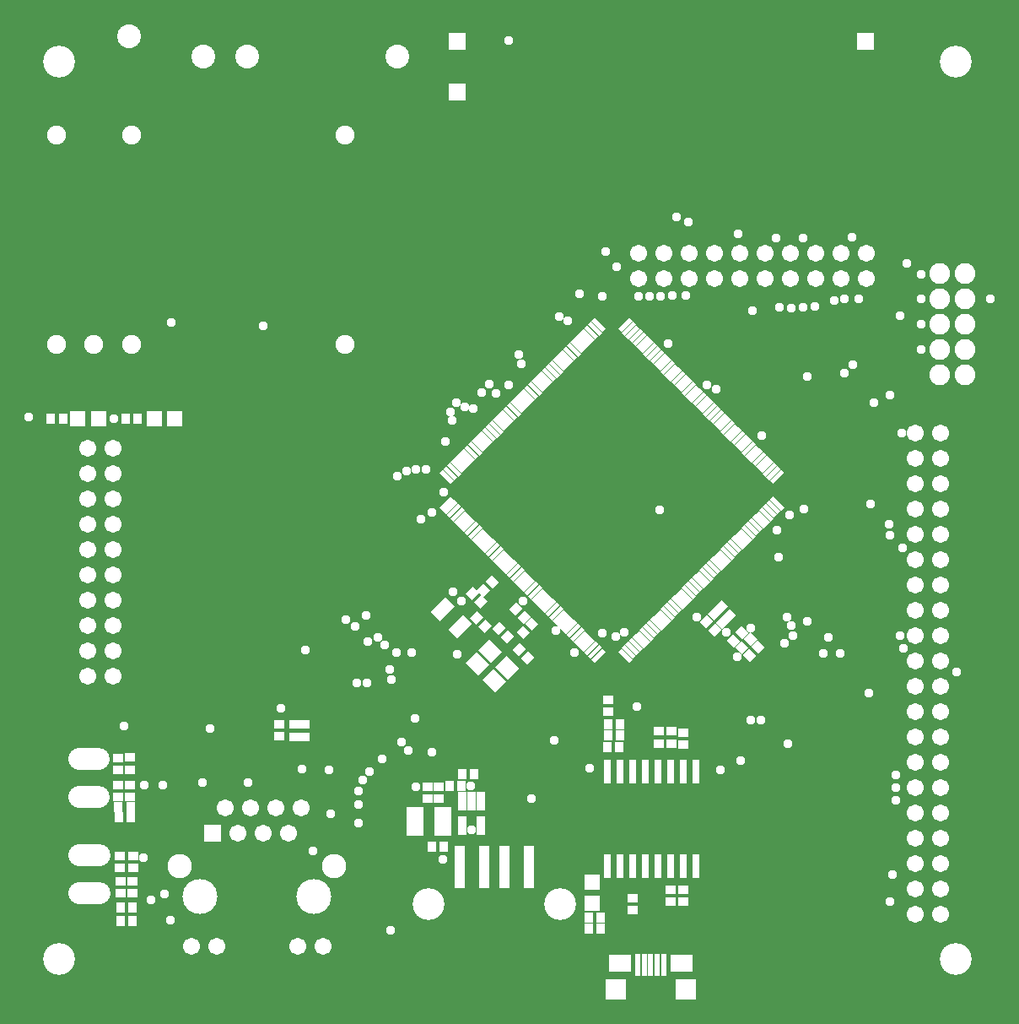
<source format=gts>
G04 EAGLE Gerber RS-274X export*
G75*
%MOMM*%
%FSLAX34Y34*%
%LPD*%
%INSoldermask Top*%
%IPNEG*%
%AMOC8*
5,1,8,0,0,1.08239X$1,22.5*%
G01*
%ADD10C,3.203200*%
%ADD11R,1.003200X0.903200*%
%ADD12R,0.603200X2.203200*%
%ADD13R,2.303200X1.803200*%
%ADD14R,2.103200X2.003200*%
%ADD15R,1.711200X1.711200*%
%ADD16C,1.711200*%
%ADD17C,3.502200*%
%ADD18C,2.453200*%
%ADD19R,0.903200X1.003200*%
%ADD20R,0.812800X1.828800*%
%ADD21R,1.803200X2.903200*%
%ADD22R,1.103200X4.203200*%
%ADD23R,0.457200X1.574800*%
%ADD24R,2.103200X1.303200*%
%ADD25R,1.803200X1.603200*%
%ADD26C,2.082800*%
%ADD27C,1.903200*%
%ADD28C,2.387600*%
%ADD29R,1.503200X1.503200*%
%ADD30C,2.203200*%
%ADD31R,0.762000X2.489200*%
%ADD32C,0.959600*%


D10*
X50000Y950000D03*
X950000Y950000D03*
X950000Y50000D03*
X50000Y50000D03*
D11*
X665000Y278000D03*
X665000Y266000D03*
X677000Y277000D03*
X677000Y265000D03*
D12*
X631000Y43750D03*
X637500Y43750D03*
X644000Y43750D03*
X650500Y43750D03*
X657000Y43750D03*
D13*
X613000Y45750D03*
X675000Y45750D03*
D14*
X608750Y19000D03*
X679250Y19000D03*
D15*
X204500Y175600D03*
D16*
X217200Y201000D03*
X229900Y175600D03*
X242650Y201000D03*
X255350Y175600D03*
X268100Y201000D03*
X280700Y175600D03*
X293450Y201000D03*
D17*
X306150Y112100D03*
X191850Y112100D03*
D16*
X182700Y62200D03*
X208100Y62200D03*
X289900Y62200D03*
X315300Y62200D03*
D18*
X171500Y142600D03*
X326500Y142600D03*
D11*
X296100Y284800D03*
X296100Y272800D03*
X286400Y284800D03*
X286400Y272800D03*
X271100Y285000D03*
X271100Y273000D03*
D19*
X467000Y235000D03*
X455000Y235000D03*
D20*
X473500Y208446D03*
X464000Y208446D03*
X454500Y208446D03*
X454500Y183554D03*
X473500Y183554D03*
D11*
X431000Y222500D03*
X431000Y210500D03*
X420000Y222500D03*
X420000Y210500D03*
D19*
X454000Y223000D03*
X442000Y223000D03*
X436000Y162000D03*
X424000Y162000D03*
D21*
X435000Y188000D03*
X407000Y188000D03*
D10*
X552659Y105000D03*
X421341Y105000D03*
D22*
X477000Y142000D03*
X452000Y142000D03*
X497000Y142000D03*
X522000Y142000D03*
D23*
G36*
X435412Y499207D02*
X432179Y502440D01*
X443314Y513575D01*
X446547Y510342D01*
X435412Y499207D01*
G37*
G36*
X438948Y495671D02*
X435715Y498904D01*
X446850Y510039D01*
X450083Y506806D01*
X438948Y495671D01*
G37*
G36*
X442483Y492136D02*
X439250Y495369D01*
X450385Y506504D01*
X453618Y503271D01*
X442483Y492136D01*
G37*
G36*
X446019Y488600D02*
X442786Y491833D01*
X453921Y502968D01*
X457154Y499735D01*
X446019Y488600D01*
G37*
G36*
X449554Y485065D02*
X446321Y488298D01*
X457456Y499433D01*
X460689Y496200D01*
X449554Y485065D01*
G37*
G36*
X453090Y481529D02*
X449857Y484762D01*
X460992Y495897D01*
X464225Y492664D01*
X453090Y481529D01*
G37*
G36*
X456625Y477994D02*
X453392Y481227D01*
X464527Y492362D01*
X467760Y489129D01*
X456625Y477994D01*
G37*
G36*
X460161Y474458D02*
X456928Y477691D01*
X468063Y488826D01*
X471296Y485593D01*
X460161Y474458D01*
G37*
G36*
X463696Y470923D02*
X460463Y474156D01*
X471598Y485291D01*
X474831Y482058D01*
X463696Y470923D01*
G37*
G36*
X467232Y467387D02*
X463999Y470620D01*
X475134Y481755D01*
X478367Y478522D01*
X467232Y467387D01*
G37*
G36*
X470767Y463852D02*
X467534Y467085D01*
X478669Y478220D01*
X481902Y474987D01*
X470767Y463852D01*
G37*
G36*
X474303Y460316D02*
X471070Y463549D01*
X482205Y474684D01*
X485438Y471451D01*
X474303Y460316D01*
G37*
G36*
X477838Y456781D02*
X474605Y460014D01*
X485740Y471149D01*
X488973Y467916D01*
X477838Y456781D01*
G37*
G36*
X481374Y453245D02*
X478141Y456478D01*
X489276Y467613D01*
X492509Y464380D01*
X481374Y453245D01*
G37*
G36*
X484910Y449710D02*
X481677Y452943D01*
X492812Y464078D01*
X496045Y460845D01*
X484910Y449710D01*
G37*
G36*
X488445Y446174D02*
X485212Y449407D01*
X496347Y460542D01*
X499580Y457309D01*
X488445Y446174D01*
G37*
G36*
X491981Y442638D02*
X488748Y445871D01*
X499883Y457006D01*
X503116Y453773D01*
X491981Y442638D01*
G37*
G36*
X495516Y439103D02*
X492283Y442336D01*
X503418Y453471D01*
X506651Y450238D01*
X495516Y439103D01*
G37*
G36*
X499052Y435567D02*
X495819Y438800D01*
X506954Y449935D01*
X510187Y446702D01*
X499052Y435567D01*
G37*
G36*
X502587Y432032D02*
X499354Y435265D01*
X510489Y446400D01*
X513722Y443167D01*
X502587Y432032D01*
G37*
G36*
X506123Y428496D02*
X502890Y431729D01*
X514025Y442864D01*
X517258Y439631D01*
X506123Y428496D01*
G37*
G36*
X509658Y424961D02*
X506425Y428194D01*
X517560Y439329D01*
X520793Y436096D01*
X509658Y424961D01*
G37*
G36*
X513194Y421425D02*
X509961Y424658D01*
X521096Y435793D01*
X524329Y432560D01*
X513194Y421425D01*
G37*
G36*
X516729Y417890D02*
X513496Y421123D01*
X524631Y432258D01*
X527864Y429025D01*
X516729Y417890D01*
G37*
G36*
X520265Y414354D02*
X517032Y417587D01*
X528167Y428722D01*
X531400Y425489D01*
X520265Y414354D01*
G37*
G36*
X523800Y410819D02*
X520567Y414052D01*
X531702Y425187D01*
X534935Y421954D01*
X523800Y410819D01*
G37*
G36*
X527336Y407283D02*
X524103Y410516D01*
X535238Y421651D01*
X538471Y418418D01*
X527336Y407283D01*
G37*
G36*
X530871Y403748D02*
X527638Y406981D01*
X538773Y418116D01*
X542006Y414883D01*
X530871Y403748D01*
G37*
G36*
X534407Y400212D02*
X531174Y403445D01*
X542309Y414580D01*
X545542Y411347D01*
X534407Y400212D01*
G37*
G36*
X537943Y396677D02*
X534710Y399910D01*
X545845Y411045D01*
X549078Y407812D01*
X537943Y396677D01*
G37*
G36*
X541478Y393141D02*
X538245Y396374D01*
X549380Y407509D01*
X552613Y404276D01*
X541478Y393141D01*
G37*
G36*
X545014Y389605D02*
X541781Y392838D01*
X552916Y403973D01*
X556149Y400740D01*
X545014Y389605D01*
G37*
G36*
X548549Y386070D02*
X545316Y389303D01*
X556451Y400438D01*
X559684Y397205D01*
X548549Y386070D01*
G37*
G36*
X552085Y382534D02*
X548852Y385767D01*
X559987Y396902D01*
X563220Y393669D01*
X552085Y382534D01*
G37*
G36*
X555620Y378999D02*
X552387Y382232D01*
X563522Y393367D01*
X566755Y390134D01*
X555620Y378999D01*
G37*
G36*
X559156Y375463D02*
X555923Y378696D01*
X567058Y389831D01*
X570291Y386598D01*
X559156Y375463D01*
G37*
G36*
X562691Y371928D02*
X559458Y375161D01*
X570593Y386296D01*
X573826Y383063D01*
X562691Y371928D01*
G37*
G36*
X566227Y368392D02*
X562994Y371625D01*
X574129Y382760D01*
X577362Y379527D01*
X566227Y368392D01*
G37*
G36*
X569762Y364857D02*
X566529Y368090D01*
X577664Y379225D01*
X580897Y375992D01*
X569762Y364857D01*
G37*
G36*
X573298Y361321D02*
X570065Y364554D01*
X581200Y375689D01*
X584433Y372456D01*
X573298Y361321D01*
G37*
G36*
X576833Y357786D02*
X573600Y361019D01*
X584735Y372154D01*
X587968Y368921D01*
X576833Y357786D01*
G37*
G36*
X580369Y354250D02*
X577136Y357483D01*
X588271Y368618D01*
X591504Y365385D01*
X580369Y354250D01*
G37*
G36*
X583904Y350715D02*
X580671Y353948D01*
X591806Y365083D01*
X595039Y361850D01*
X583904Y350715D01*
G37*
G36*
X587440Y347179D02*
X584207Y350412D01*
X595342Y361547D01*
X598575Y358314D01*
X587440Y347179D01*
G37*
G36*
X611425Y358314D02*
X614658Y361547D01*
X625793Y350412D01*
X622560Y347179D01*
X611425Y358314D01*
G37*
G36*
X614961Y361850D02*
X618194Y365083D01*
X629329Y353948D01*
X626096Y350715D01*
X614961Y361850D01*
G37*
G36*
X618496Y365385D02*
X621729Y368618D01*
X632864Y357483D01*
X629631Y354250D01*
X618496Y365385D01*
G37*
G36*
X622032Y368921D02*
X625265Y372154D01*
X636400Y361019D01*
X633167Y357786D01*
X622032Y368921D01*
G37*
G36*
X625567Y372456D02*
X628800Y375689D01*
X639935Y364554D01*
X636702Y361321D01*
X625567Y372456D01*
G37*
G36*
X629103Y375992D02*
X632336Y379225D01*
X643471Y368090D01*
X640238Y364857D01*
X629103Y375992D01*
G37*
G36*
X632638Y379527D02*
X635871Y382760D01*
X647006Y371625D01*
X643773Y368392D01*
X632638Y379527D01*
G37*
G36*
X636174Y383063D02*
X639407Y386296D01*
X650542Y375161D01*
X647309Y371928D01*
X636174Y383063D01*
G37*
G36*
X639709Y386598D02*
X642942Y389831D01*
X654077Y378696D01*
X650844Y375463D01*
X639709Y386598D01*
G37*
G36*
X643245Y390134D02*
X646478Y393367D01*
X657613Y382232D01*
X654380Y378999D01*
X643245Y390134D01*
G37*
G36*
X646780Y393669D02*
X650013Y396902D01*
X661148Y385767D01*
X657915Y382534D01*
X646780Y393669D01*
G37*
G36*
X650316Y397205D02*
X653549Y400438D01*
X664684Y389303D01*
X661451Y386070D01*
X650316Y397205D01*
G37*
G36*
X653851Y400740D02*
X657084Y403973D01*
X668219Y392838D01*
X664986Y389605D01*
X653851Y400740D01*
G37*
G36*
X657387Y404276D02*
X660620Y407509D01*
X671755Y396374D01*
X668522Y393141D01*
X657387Y404276D01*
G37*
G36*
X660922Y407812D02*
X664155Y411045D01*
X675290Y399910D01*
X672057Y396677D01*
X660922Y407812D01*
G37*
G36*
X664458Y411347D02*
X667691Y414580D01*
X678826Y403445D01*
X675593Y400212D01*
X664458Y411347D01*
G37*
G36*
X667994Y414883D02*
X671227Y418116D01*
X682362Y406981D01*
X679129Y403748D01*
X667994Y414883D01*
G37*
G36*
X671529Y418418D02*
X674762Y421651D01*
X685897Y410516D01*
X682664Y407283D01*
X671529Y418418D01*
G37*
G36*
X675065Y421954D02*
X678298Y425187D01*
X689433Y414052D01*
X686200Y410819D01*
X675065Y421954D01*
G37*
G36*
X678600Y425489D02*
X681833Y428722D01*
X692968Y417587D01*
X689735Y414354D01*
X678600Y425489D01*
G37*
G36*
X682136Y429025D02*
X685369Y432258D01*
X696504Y421123D01*
X693271Y417890D01*
X682136Y429025D01*
G37*
G36*
X685671Y432560D02*
X688904Y435793D01*
X700039Y424658D01*
X696806Y421425D01*
X685671Y432560D01*
G37*
G36*
X689207Y436096D02*
X692440Y439329D01*
X703575Y428194D01*
X700342Y424961D01*
X689207Y436096D01*
G37*
G36*
X692742Y439631D02*
X695975Y442864D01*
X707110Y431729D01*
X703877Y428496D01*
X692742Y439631D01*
G37*
G36*
X696278Y443167D02*
X699511Y446400D01*
X710646Y435265D01*
X707413Y432032D01*
X696278Y443167D01*
G37*
G36*
X699813Y446702D02*
X703046Y449935D01*
X714181Y438800D01*
X710948Y435567D01*
X699813Y446702D01*
G37*
G36*
X703349Y450238D02*
X706582Y453471D01*
X717717Y442336D01*
X714484Y439103D01*
X703349Y450238D01*
G37*
G36*
X706884Y453773D02*
X710117Y457006D01*
X721252Y445871D01*
X718019Y442638D01*
X706884Y453773D01*
G37*
G36*
X710420Y457309D02*
X713653Y460542D01*
X724788Y449407D01*
X721555Y446174D01*
X710420Y457309D01*
G37*
G36*
X713955Y460845D02*
X717188Y464078D01*
X728323Y452943D01*
X725090Y449710D01*
X713955Y460845D01*
G37*
G36*
X717491Y464380D02*
X720724Y467613D01*
X731859Y456478D01*
X728626Y453245D01*
X717491Y464380D01*
G37*
G36*
X721027Y467916D02*
X724260Y471149D01*
X735395Y460014D01*
X732162Y456781D01*
X721027Y467916D01*
G37*
G36*
X724562Y471451D02*
X727795Y474684D01*
X738930Y463549D01*
X735697Y460316D01*
X724562Y471451D01*
G37*
G36*
X728098Y474987D02*
X731331Y478220D01*
X742466Y467085D01*
X739233Y463852D01*
X728098Y474987D01*
G37*
G36*
X731633Y478522D02*
X734866Y481755D01*
X746001Y470620D01*
X742768Y467387D01*
X731633Y478522D01*
G37*
G36*
X735169Y482058D02*
X738402Y485291D01*
X749537Y474156D01*
X746304Y470923D01*
X735169Y482058D01*
G37*
G36*
X738704Y485593D02*
X741937Y488826D01*
X753072Y477691D01*
X749839Y474458D01*
X738704Y485593D01*
G37*
G36*
X742240Y489129D02*
X745473Y492362D01*
X756608Y481227D01*
X753375Y477994D01*
X742240Y489129D01*
G37*
G36*
X745775Y492664D02*
X749008Y495897D01*
X760143Y484762D01*
X756910Y481529D01*
X745775Y492664D01*
G37*
G36*
X749311Y496200D02*
X752544Y499433D01*
X763679Y488298D01*
X760446Y485065D01*
X749311Y496200D01*
G37*
G36*
X752846Y499735D02*
X756079Y502968D01*
X767214Y491833D01*
X763981Y488600D01*
X752846Y499735D01*
G37*
G36*
X756382Y503271D02*
X759615Y506504D01*
X770750Y495369D01*
X767517Y492136D01*
X756382Y503271D01*
G37*
G36*
X759917Y506806D02*
X763150Y510039D01*
X774285Y498904D01*
X771052Y495671D01*
X759917Y506806D01*
G37*
G36*
X763453Y510342D02*
X766686Y513575D01*
X777821Y502440D01*
X774588Y499207D01*
X763453Y510342D01*
G37*
G36*
X766686Y526425D02*
X763453Y529658D01*
X774588Y540793D01*
X777821Y537560D01*
X766686Y526425D01*
G37*
G36*
X763150Y529961D02*
X759917Y533194D01*
X771052Y544329D01*
X774285Y541096D01*
X763150Y529961D01*
G37*
G36*
X759615Y533496D02*
X756382Y536729D01*
X767517Y547864D01*
X770750Y544631D01*
X759615Y533496D01*
G37*
G36*
X756079Y537032D02*
X752846Y540265D01*
X763981Y551400D01*
X767214Y548167D01*
X756079Y537032D01*
G37*
G36*
X752544Y540567D02*
X749311Y543800D01*
X760446Y554935D01*
X763679Y551702D01*
X752544Y540567D01*
G37*
G36*
X749008Y544103D02*
X745775Y547336D01*
X756910Y558471D01*
X760143Y555238D01*
X749008Y544103D01*
G37*
G36*
X745473Y547638D02*
X742240Y550871D01*
X753375Y562006D01*
X756608Y558773D01*
X745473Y547638D01*
G37*
G36*
X741937Y551174D02*
X738704Y554407D01*
X749839Y565542D01*
X753072Y562309D01*
X741937Y551174D01*
G37*
G36*
X738402Y554709D02*
X735169Y557942D01*
X746304Y569077D01*
X749537Y565844D01*
X738402Y554709D01*
G37*
G36*
X734866Y558245D02*
X731633Y561478D01*
X742768Y572613D01*
X746001Y569380D01*
X734866Y558245D01*
G37*
G36*
X731331Y561780D02*
X728098Y565013D01*
X739233Y576148D01*
X742466Y572915D01*
X731331Y561780D01*
G37*
G36*
X727795Y565316D02*
X724562Y568549D01*
X735697Y579684D01*
X738930Y576451D01*
X727795Y565316D01*
G37*
G36*
X724260Y568851D02*
X721027Y572084D01*
X732162Y583219D01*
X735395Y579986D01*
X724260Y568851D01*
G37*
G36*
X720724Y572387D02*
X717491Y575620D01*
X728626Y586755D01*
X731859Y583522D01*
X720724Y572387D01*
G37*
G36*
X717188Y575922D02*
X713955Y579155D01*
X725090Y590290D01*
X728323Y587057D01*
X717188Y575922D01*
G37*
G36*
X713653Y579458D02*
X710420Y582691D01*
X721555Y593826D01*
X724788Y590593D01*
X713653Y579458D01*
G37*
G36*
X710117Y582994D02*
X706884Y586227D01*
X718019Y597362D01*
X721252Y594129D01*
X710117Y582994D01*
G37*
G36*
X706582Y586529D02*
X703349Y589762D01*
X714484Y600897D01*
X717717Y597664D01*
X706582Y586529D01*
G37*
G36*
X703046Y590065D02*
X699813Y593298D01*
X710948Y604433D01*
X714181Y601200D01*
X703046Y590065D01*
G37*
G36*
X699511Y593600D02*
X696278Y596833D01*
X707413Y607968D01*
X710646Y604735D01*
X699511Y593600D01*
G37*
G36*
X695975Y597136D02*
X692742Y600369D01*
X703877Y611504D01*
X707110Y608271D01*
X695975Y597136D01*
G37*
G36*
X692440Y600671D02*
X689207Y603904D01*
X700342Y615039D01*
X703575Y611806D01*
X692440Y600671D01*
G37*
G36*
X688904Y604207D02*
X685671Y607440D01*
X696806Y618575D01*
X700039Y615342D01*
X688904Y604207D01*
G37*
G36*
X685369Y607742D02*
X682136Y610975D01*
X693271Y622110D01*
X696504Y618877D01*
X685369Y607742D01*
G37*
G36*
X681833Y611278D02*
X678600Y614511D01*
X689735Y625646D01*
X692968Y622413D01*
X681833Y611278D01*
G37*
G36*
X678298Y614813D02*
X675065Y618046D01*
X686200Y629181D01*
X689433Y625948D01*
X678298Y614813D01*
G37*
G36*
X674762Y618349D02*
X671529Y621582D01*
X682664Y632717D01*
X685897Y629484D01*
X674762Y618349D01*
G37*
G36*
X671227Y621884D02*
X667994Y625117D01*
X679129Y636252D01*
X682362Y633019D01*
X671227Y621884D01*
G37*
G36*
X667691Y625420D02*
X664458Y628653D01*
X675593Y639788D01*
X678826Y636555D01*
X667691Y625420D01*
G37*
G36*
X664155Y628955D02*
X660922Y632188D01*
X672057Y643323D01*
X675290Y640090D01*
X664155Y628955D01*
G37*
G36*
X660620Y632491D02*
X657387Y635724D01*
X668522Y646859D01*
X671755Y643626D01*
X660620Y632491D01*
G37*
G36*
X657084Y636027D02*
X653851Y639260D01*
X664986Y650395D01*
X668219Y647162D01*
X657084Y636027D01*
G37*
G36*
X653549Y639562D02*
X650316Y642795D01*
X661451Y653930D01*
X664684Y650697D01*
X653549Y639562D01*
G37*
G36*
X650013Y643098D02*
X646780Y646331D01*
X657915Y657466D01*
X661148Y654233D01*
X650013Y643098D01*
G37*
G36*
X646478Y646633D02*
X643245Y649866D01*
X654380Y661001D01*
X657613Y657768D01*
X646478Y646633D01*
G37*
G36*
X642942Y650169D02*
X639709Y653402D01*
X650844Y664537D01*
X654077Y661304D01*
X642942Y650169D01*
G37*
G36*
X639407Y653704D02*
X636174Y656937D01*
X647309Y668072D01*
X650542Y664839D01*
X639407Y653704D01*
G37*
G36*
X635871Y657240D02*
X632638Y660473D01*
X643773Y671608D01*
X647006Y668375D01*
X635871Y657240D01*
G37*
G36*
X632336Y660775D02*
X629103Y664008D01*
X640238Y675143D01*
X643471Y671910D01*
X632336Y660775D01*
G37*
G36*
X628800Y664311D02*
X625567Y667544D01*
X636702Y678679D01*
X639935Y675446D01*
X628800Y664311D01*
G37*
G36*
X625265Y667846D02*
X622032Y671079D01*
X633167Y682214D01*
X636400Y678981D01*
X625265Y667846D01*
G37*
G36*
X621729Y671382D02*
X618496Y674615D01*
X629631Y685750D01*
X632864Y682517D01*
X621729Y671382D01*
G37*
G36*
X618194Y674917D02*
X614961Y678150D01*
X626096Y689285D01*
X629329Y686052D01*
X618194Y674917D01*
G37*
G36*
X614658Y678453D02*
X611425Y681686D01*
X622560Y692821D01*
X625793Y689588D01*
X614658Y678453D01*
G37*
G36*
X584207Y689588D02*
X587440Y692821D01*
X598575Y681686D01*
X595342Y678453D01*
X584207Y689588D01*
G37*
G36*
X580671Y686052D02*
X583904Y689285D01*
X595039Y678150D01*
X591806Y674917D01*
X580671Y686052D01*
G37*
G36*
X577136Y682517D02*
X580369Y685750D01*
X591504Y674615D01*
X588271Y671382D01*
X577136Y682517D01*
G37*
G36*
X573600Y678981D02*
X576833Y682214D01*
X587968Y671079D01*
X584735Y667846D01*
X573600Y678981D01*
G37*
G36*
X570065Y675446D02*
X573298Y678679D01*
X584433Y667544D01*
X581200Y664311D01*
X570065Y675446D01*
G37*
G36*
X566529Y671910D02*
X569762Y675143D01*
X580897Y664008D01*
X577664Y660775D01*
X566529Y671910D01*
G37*
G36*
X562994Y668375D02*
X566227Y671608D01*
X577362Y660473D01*
X574129Y657240D01*
X562994Y668375D01*
G37*
G36*
X559458Y664839D02*
X562691Y668072D01*
X573826Y656937D01*
X570593Y653704D01*
X559458Y664839D01*
G37*
G36*
X555923Y661304D02*
X559156Y664537D01*
X570291Y653402D01*
X567058Y650169D01*
X555923Y661304D01*
G37*
G36*
X552387Y657768D02*
X555620Y661001D01*
X566755Y649866D01*
X563522Y646633D01*
X552387Y657768D01*
G37*
G36*
X548852Y654233D02*
X552085Y657466D01*
X563220Y646331D01*
X559987Y643098D01*
X548852Y654233D01*
G37*
G36*
X545316Y650697D02*
X548549Y653930D01*
X559684Y642795D01*
X556451Y639562D01*
X545316Y650697D01*
G37*
G36*
X541781Y647162D02*
X545014Y650395D01*
X556149Y639260D01*
X552916Y636027D01*
X541781Y647162D01*
G37*
G36*
X538245Y643626D02*
X541478Y646859D01*
X552613Y635724D01*
X549380Y632491D01*
X538245Y643626D01*
G37*
G36*
X534710Y640090D02*
X537943Y643323D01*
X549078Y632188D01*
X545845Y628955D01*
X534710Y640090D01*
G37*
G36*
X531174Y636555D02*
X534407Y639788D01*
X545542Y628653D01*
X542309Y625420D01*
X531174Y636555D01*
G37*
G36*
X527638Y633019D02*
X530871Y636252D01*
X542006Y625117D01*
X538773Y621884D01*
X527638Y633019D01*
G37*
G36*
X524103Y629484D02*
X527336Y632717D01*
X538471Y621582D01*
X535238Y618349D01*
X524103Y629484D01*
G37*
G36*
X520567Y625948D02*
X523800Y629181D01*
X534935Y618046D01*
X531702Y614813D01*
X520567Y625948D01*
G37*
G36*
X517032Y622413D02*
X520265Y625646D01*
X531400Y614511D01*
X528167Y611278D01*
X517032Y622413D01*
G37*
G36*
X513496Y618877D02*
X516729Y622110D01*
X527864Y610975D01*
X524631Y607742D01*
X513496Y618877D01*
G37*
G36*
X509961Y615342D02*
X513194Y618575D01*
X524329Y607440D01*
X521096Y604207D01*
X509961Y615342D01*
G37*
G36*
X506425Y611806D02*
X509658Y615039D01*
X520793Y603904D01*
X517560Y600671D01*
X506425Y611806D01*
G37*
G36*
X502890Y608271D02*
X506123Y611504D01*
X517258Y600369D01*
X514025Y597136D01*
X502890Y608271D01*
G37*
G36*
X499354Y604735D02*
X502587Y607968D01*
X513722Y596833D01*
X510489Y593600D01*
X499354Y604735D01*
G37*
G36*
X495819Y601200D02*
X499052Y604433D01*
X510187Y593298D01*
X506954Y590065D01*
X495819Y601200D01*
G37*
G36*
X492283Y597664D02*
X495516Y600897D01*
X506651Y589762D01*
X503418Y586529D01*
X492283Y597664D01*
G37*
G36*
X488748Y594129D02*
X491981Y597362D01*
X503116Y586227D01*
X499883Y582994D01*
X488748Y594129D01*
G37*
G36*
X485212Y590593D02*
X488445Y593826D01*
X499580Y582691D01*
X496347Y579458D01*
X485212Y590593D01*
G37*
G36*
X481677Y587057D02*
X484910Y590290D01*
X496045Y579155D01*
X492812Y575922D01*
X481677Y587057D01*
G37*
G36*
X478141Y583522D02*
X481374Y586755D01*
X492509Y575620D01*
X489276Y572387D01*
X478141Y583522D01*
G37*
G36*
X474605Y579986D02*
X477838Y583219D01*
X488973Y572084D01*
X485740Y568851D01*
X474605Y579986D01*
G37*
G36*
X471070Y576451D02*
X474303Y579684D01*
X485438Y568549D01*
X482205Y565316D01*
X471070Y576451D01*
G37*
G36*
X467534Y572915D02*
X470767Y576148D01*
X481902Y565013D01*
X478669Y561780D01*
X467534Y572915D01*
G37*
G36*
X463999Y569380D02*
X467232Y572613D01*
X478367Y561478D01*
X475134Y558245D01*
X463999Y569380D01*
G37*
G36*
X460463Y565844D02*
X463696Y569077D01*
X474831Y557942D01*
X471598Y554709D01*
X460463Y565844D01*
G37*
G36*
X456928Y562309D02*
X460161Y565542D01*
X471296Y554407D01*
X468063Y551174D01*
X456928Y562309D01*
G37*
G36*
X453392Y558773D02*
X456625Y562006D01*
X467760Y550871D01*
X464527Y547638D01*
X453392Y558773D01*
G37*
G36*
X449857Y555238D02*
X453090Y558471D01*
X464225Y547336D01*
X460992Y544103D01*
X449857Y555238D01*
G37*
G36*
X446321Y551702D02*
X449554Y554935D01*
X460689Y543800D01*
X457456Y540567D01*
X446321Y551702D01*
G37*
G36*
X442786Y548167D02*
X446019Y551400D01*
X457154Y540265D01*
X453921Y537032D01*
X442786Y548167D01*
G37*
G36*
X439250Y544631D02*
X442483Y547864D01*
X453618Y536729D01*
X450385Y533496D01*
X439250Y544631D01*
G37*
G36*
X435715Y541096D02*
X438948Y544329D01*
X450083Y533194D01*
X446850Y529961D01*
X435715Y541096D01*
G37*
G36*
X432179Y537560D02*
X435412Y540793D01*
X446547Y529658D01*
X443314Y526425D01*
X432179Y537560D01*
G37*
D11*
G36*
X706534Y388589D02*
X699441Y381496D01*
X693054Y387883D01*
X700147Y394976D01*
X706534Y388589D01*
G37*
G36*
X715019Y380104D02*
X707926Y373011D01*
X701539Y379398D01*
X708632Y386491D01*
X715019Y380104D01*
G37*
G36*
X484871Y421234D02*
X477778Y428327D01*
X484165Y434714D01*
X491258Y427621D01*
X484871Y421234D01*
G37*
G36*
X476386Y412749D02*
X469293Y419842D01*
X475680Y426229D01*
X482773Y419136D01*
X476386Y412749D01*
G37*
G36*
X466336Y407826D02*
X473429Y414919D01*
X479816Y408532D01*
X472723Y401439D01*
X466336Y407826D01*
G37*
G36*
X457851Y416311D02*
X464944Y423404D01*
X471331Y417017D01*
X464238Y409924D01*
X457851Y416311D01*
G37*
G36*
X475745Y392256D02*
X468652Y385163D01*
X462265Y391550D01*
X469358Y398643D01*
X475745Y392256D01*
G37*
G36*
X484231Y383770D02*
X477138Y376677D01*
X470751Y383064D01*
X477844Y390157D01*
X484231Y383770D01*
G37*
D24*
G36*
X447277Y403651D02*
X432406Y388780D01*
X423191Y397995D01*
X438062Y412866D01*
X447277Y403651D01*
G37*
G36*
X464954Y385973D02*
X450083Y371102D01*
X440868Y380317D01*
X455739Y395188D01*
X464954Y385973D01*
G37*
D25*
G36*
X483670Y346707D02*
X470920Y359457D01*
X482256Y370793D01*
X495006Y358043D01*
X483670Y346707D01*
G37*
G36*
X470942Y333979D02*
X458192Y346729D01*
X469528Y358065D01*
X482278Y345315D01*
X470942Y333979D01*
G37*
G36*
X487913Y317009D02*
X475163Y329759D01*
X486499Y341095D01*
X499249Y328345D01*
X487913Y317009D01*
G37*
G36*
X500641Y329737D02*
X487891Y342487D01*
X499227Y353823D01*
X511977Y341073D01*
X500641Y329737D01*
G37*
D11*
G36*
X493244Y372420D02*
X500337Y379513D01*
X506724Y373126D01*
X499631Y366033D01*
X493244Y372420D01*
G37*
G36*
X484759Y380905D02*
X491852Y387998D01*
X498239Y381611D01*
X491146Y374518D01*
X484759Y380905D01*
G37*
G36*
X518664Y360603D02*
X511571Y353510D01*
X505184Y359897D01*
X512277Y366990D01*
X518664Y360603D01*
G37*
G36*
X527149Y352117D02*
X520056Y345024D01*
X513669Y351411D01*
X520762Y358504D01*
X527149Y352117D01*
G37*
G36*
X716252Y394025D02*
X723345Y401118D01*
X729732Y394731D01*
X722639Y387638D01*
X716252Y394025D01*
G37*
G36*
X707767Y402510D02*
X714860Y409603D01*
X721247Y403216D01*
X714154Y396123D01*
X707767Y402510D01*
G37*
G36*
X709338Y387110D02*
X716431Y394203D01*
X722818Y387816D01*
X715725Y380723D01*
X709338Y387110D01*
G37*
G36*
X700852Y395596D02*
X707945Y402689D01*
X714332Y396302D01*
X707239Y389209D01*
X700852Y395596D01*
G37*
G36*
X744336Y363845D02*
X737243Y370938D01*
X743630Y377325D01*
X750723Y370232D01*
X744336Y363845D01*
G37*
G36*
X735850Y355360D02*
X728757Y362453D01*
X735144Y368840D01*
X742237Y361747D01*
X735850Y355360D01*
G37*
G36*
X735771Y370490D02*
X728678Y377583D01*
X735065Y383970D01*
X742158Y376877D01*
X735771Y370490D01*
G37*
G36*
X727285Y362005D02*
X720192Y369098D01*
X726579Y375485D01*
X733672Y368392D01*
X727285Y362005D01*
G37*
G36*
X515565Y401206D02*
X508472Y394113D01*
X502085Y400500D01*
X509178Y407593D01*
X515565Y401206D01*
G37*
G36*
X524050Y392721D02*
X516957Y385628D01*
X510570Y392015D01*
X517663Y399108D01*
X524050Y392721D01*
G37*
G36*
X743050Y360888D02*
X750143Y353795D01*
X743756Y347408D01*
X736663Y354501D01*
X743050Y360888D01*
G37*
G36*
X751535Y369373D02*
X758628Y362280D01*
X752241Y355893D01*
X745148Y362986D01*
X751535Y369373D01*
G37*
D26*
X934000Y737000D03*
X959400Y737000D03*
X934000Y711600D03*
X959400Y711600D03*
X934000Y686200D03*
X959400Y686200D03*
X934000Y660800D03*
X959400Y660800D03*
X934000Y635400D03*
X959400Y635400D03*
D11*
G36*
X515590Y384057D02*
X522683Y376964D01*
X516296Y370577D01*
X509203Y377670D01*
X515590Y384057D01*
G37*
G36*
X524075Y392543D02*
X531168Y385450D01*
X524781Y379063D01*
X517688Y386156D01*
X524075Y392543D01*
G37*
D15*
X449400Y969860D03*
X449400Y919060D03*
X859400Y969860D03*
D16*
X631400Y732160D03*
X656800Y732160D03*
X682200Y732160D03*
X707600Y732160D03*
X733000Y732160D03*
X758400Y732160D03*
X783800Y732160D03*
X809200Y732160D03*
X834600Y732160D03*
X860000Y732160D03*
X860000Y757560D03*
X834600Y757560D03*
X809200Y757560D03*
X783800Y757560D03*
X758400Y757560D03*
X733000Y757560D03*
X707600Y757560D03*
X682200Y757560D03*
X656800Y757560D03*
X631400Y757560D03*
D27*
X47500Y876000D03*
X122500Y876000D03*
X47500Y666000D03*
X85000Y666000D03*
X122500Y666000D03*
X337500Y666000D03*
X337500Y876000D03*
D28*
X239000Y955000D03*
X390000Y955000D03*
X195000Y955000D03*
X120000Y975000D03*
D19*
X117000Y592000D03*
X129000Y592000D03*
D29*
X166500Y592000D03*
X145500Y592000D03*
D19*
X42000Y592000D03*
X54000Y592000D03*
D29*
X89500Y592000D03*
X68500Y592000D03*
D16*
X934700Y94700D03*
X909300Y94700D03*
X934700Y120100D03*
X909300Y120100D03*
X934700Y145500D03*
X909300Y145500D03*
X934700Y170900D03*
X909300Y170900D03*
X934700Y196300D03*
X909300Y196300D03*
X934700Y221700D03*
X909300Y221700D03*
X934700Y247100D03*
X909300Y247100D03*
X934700Y272500D03*
X909300Y272500D03*
X934700Y297900D03*
X909300Y297900D03*
X934700Y323300D03*
X909300Y323300D03*
X934700Y348700D03*
X909300Y348700D03*
X934700Y374100D03*
X909300Y374100D03*
X934700Y399500D03*
X909300Y399500D03*
X934700Y424900D03*
X909300Y424900D03*
X934700Y450300D03*
X909300Y450300D03*
X934700Y475700D03*
X909300Y475700D03*
X934700Y501100D03*
X909300Y501100D03*
X934700Y526500D03*
X909300Y526500D03*
X934700Y551900D03*
X909300Y551900D03*
X934700Y577300D03*
X909300Y577300D03*
X104700Y333700D03*
X79300Y333700D03*
X104700Y359100D03*
X79300Y359100D03*
X104700Y384500D03*
X79300Y384500D03*
X104700Y409900D03*
X79300Y409900D03*
X104700Y435300D03*
X79300Y435300D03*
X104700Y460700D03*
X79300Y460700D03*
X104700Y486100D03*
X79300Y486100D03*
X104700Y511500D03*
X79300Y511500D03*
X104700Y536900D03*
X79300Y536900D03*
X104700Y562300D03*
X79300Y562300D03*
D11*
X124000Y115400D03*
X124000Y127400D03*
D19*
X112000Y87500D03*
X124000Y87500D03*
D11*
X124200Y141400D03*
X124200Y153400D03*
D30*
X90400Y153600D02*
X70400Y153600D01*
X70400Y115500D02*
X90400Y115500D01*
D11*
X111200Y153400D03*
X111200Y141400D03*
D19*
X112000Y101300D03*
X124000Y101300D03*
D11*
X111900Y127600D03*
X111900Y115600D03*
X121500Y212500D03*
X121500Y224500D03*
D19*
X109800Y192000D03*
X121800Y192000D03*
D11*
X121300Y239700D03*
X121300Y251700D03*
D30*
X90300Y250500D02*
X70300Y250500D01*
X70300Y212400D02*
X90300Y212400D01*
D11*
X109600Y251600D03*
X109600Y239600D03*
D19*
X109700Y201900D03*
X121700Y201900D03*
D11*
X109600Y224500D03*
X109600Y212500D03*
D31*
X600550Y142629D03*
X613250Y142629D03*
X625950Y142629D03*
X638650Y142629D03*
X651350Y142629D03*
X664050Y142629D03*
X676750Y142629D03*
X689450Y142629D03*
X689450Y237371D03*
X676750Y237371D03*
X664050Y237371D03*
X651350Y237371D03*
X638650Y237371D03*
X625950Y237371D03*
X613250Y237371D03*
X600550Y237371D03*
D11*
X676700Y119500D03*
X676700Y107500D03*
X664000Y119400D03*
X664000Y107400D03*
X626000Y111000D03*
X626000Y99000D03*
D19*
X594000Y80000D03*
X582000Y80000D03*
X612900Y274000D03*
X600900Y274000D03*
D11*
X652000Y278000D03*
X652000Y266000D03*
X600900Y309900D03*
X600900Y297900D03*
D19*
X612700Y262000D03*
X600700Y262000D03*
X600900Y284900D03*
X612900Y284900D03*
D29*
X585000Y126500D03*
X585000Y105500D03*
D19*
X582000Y91000D03*
X594000Y91000D03*
D32*
X294000Y240500D03*
X323000Y195500D03*
X273000Y301500D03*
X383000Y78500D03*
X162000Y88500D03*
X202000Y280500D03*
X351000Y205000D03*
X464000Y179000D03*
X450000Y355000D03*
X436081Y518172D03*
X547000Y269000D03*
X720000Y377000D03*
X454000Y409000D03*
X782000Y266000D03*
X801000Y634000D03*
X524000Y211000D03*
X630000Y303000D03*
X567000Y357000D03*
X552000Y694000D03*
X653000Y500000D03*
X501000Y971000D03*
X240000Y226500D03*
X350300Y185700D03*
X690350Y392650D03*
X770224Y479776D03*
X755300Y574500D03*
X516000Y409000D03*
X549000Y379000D03*
X730844Y352422D03*
X514368Y646923D03*
X661000Y667000D03*
X709800Y620900D03*
X501800Y625600D03*
X437500Y568424D03*
X194300Y227000D03*
X105000Y592000D03*
X163000Y688000D03*
X984760Y712000D03*
X561000Y690000D03*
X617350Y377128D03*
X572800Y717000D03*
X407500Y291000D03*
X401000Y259000D03*
X382000Y340000D03*
X404400Y356700D03*
X389000Y356924D03*
X384000Y330000D03*
X393500Y267004D03*
X355000Y229500D03*
X351000Y218500D03*
X362000Y238000D03*
X358000Y394000D03*
X377088Y365000D03*
X349400Y326500D03*
X347000Y383000D03*
X360000Y368000D03*
X359500Y326600D03*
X338000Y390000D03*
X370000Y372000D03*
X374324Y250500D03*
X297000Y360000D03*
X488900Y617400D03*
X321000Y239500D03*
X435000Y150000D03*
X445476Y417976D03*
X424000Y257000D03*
X463194Y223000D03*
X772000Y453000D03*
X408000Y222500D03*
X20000Y593000D03*
X583000Y241000D03*
X666000Y715000D03*
X796850Y703150D03*
X797000Y773000D03*
X304850Y158150D03*
X915000Y736762D03*
X915000Y711600D03*
X744068Y381468D03*
X700253Y625860D03*
X915000Y660800D03*
X915000Y686200D03*
X511393Y656069D03*
X408350Y540650D03*
X424000Y498000D03*
X734000Y248912D03*
X887000Y134000D03*
X449000Y608000D03*
X444500Y589500D03*
X443200Y598500D03*
X418000Y541000D03*
X399000Y539000D03*
X390000Y534000D03*
X890000Y209000D03*
X894000Y374000D03*
X898000Y361000D03*
X413000Y491000D03*
X714000Y239000D03*
X884000Y107000D03*
X834000Y356576D03*
X817000Y356576D03*
X863000Y316000D03*
X951000Y338000D03*
X643088Y714000D03*
X828000Y710000D03*
X809000Y704000D03*
X654000Y714000D03*
X632000Y714000D03*
X853000Y712000D03*
X846000Y774000D03*
X599000Y759000D03*
X595000Y714000D03*
X610000Y744000D03*
X670000Y794000D03*
X457027Y603027D03*
X682100Y788788D03*
X466115Y601515D03*
X474485Y618100D03*
X482000Y626000D03*
X679000Y715000D03*
X798000Y501000D03*
X900624Y747100D03*
X732000Y777000D03*
X783000Y495000D03*
X893936Y695000D03*
X770000Y773000D03*
X746000Y700000D03*
X773000Y703000D03*
X838576Y712000D03*
X785000Y702424D03*
X255200Y684400D03*
X801000Y388000D03*
X890000Y234200D03*
X890000Y222000D03*
X785000Y384000D03*
X787000Y374000D03*
X781000Y393000D03*
X822000Y372000D03*
X778000Y366000D03*
X847000Y646000D03*
X884000Y615000D03*
X868000Y608000D03*
X838000Y637000D03*
X897000Y462000D03*
X883000Y486000D03*
X884000Y475000D03*
X865000Y506000D03*
X896000Y577000D03*
X595000Y376700D03*
X744000Y289000D03*
X608724Y372776D03*
X754600Y289100D03*
X156000Y115000D03*
X142000Y109000D03*
X134500Y151500D03*
X154000Y224000D03*
X136000Y224000D03*
X115083Y283717D03*
M02*

</source>
